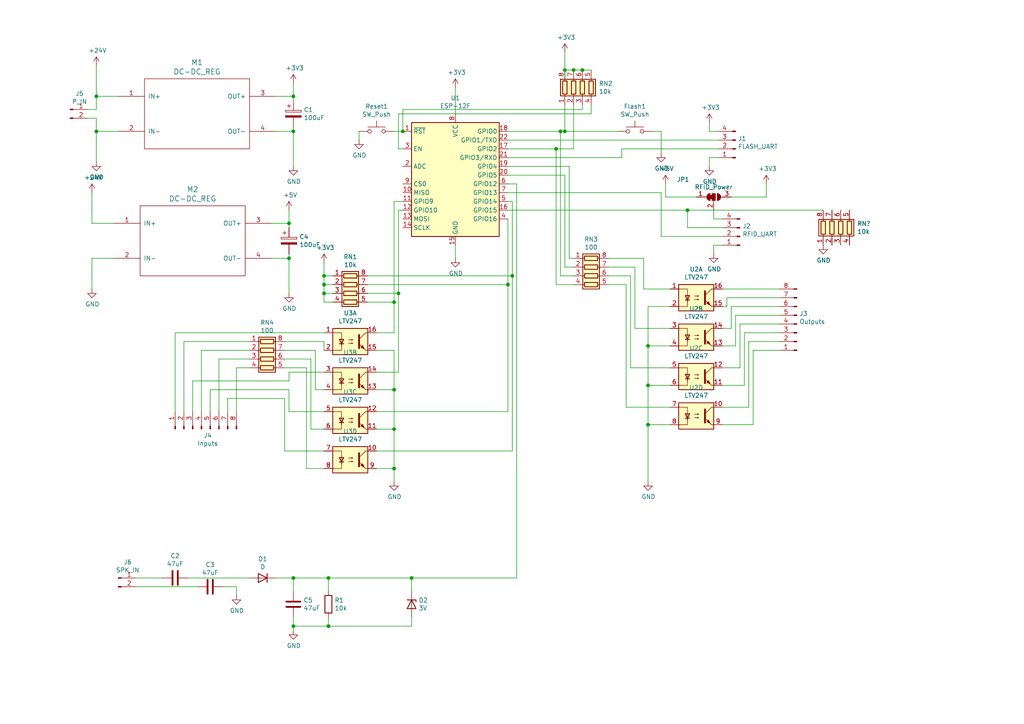
<source format=kicad_sch>
(kicad_sch (version 20211123) (generator eeschema)
  (paper "A4")
  (lib_symbols
    (symbol "Connector:Conn_01x02_Male" (pin_names (offset 1.016) hide)
      (property "Reference" "J" (at 0 2.54 0))
      (property "Value" "Conn_01x02_Male" (at 0 -5.08 0))
      (symbol "Conn_01x02_Male_1_1"
        (polyline (pts (xy 1.27 -2.54) (xy 0.8636 -2.54)) (stroke (width 0.1524)))
        (polyline (pts (xy 1.27 0) (xy 0.8636 0)) (stroke (width 0.1524)))
        (rectangle (start 0.8636 -2.413) (end 0 -2.667) (stroke (width 0.1524)) (fill (type outline)))
        (rectangle (start 0.8636 0.127) (end 0 -0.127) (stroke (width 0.1524)) (fill (type outline)))
        (pin passive line (at 5.08 0 180) (length 3.81) (name "Pin_1") (number "1"))
        (pin passive line (at 5.08 -2.54 180) (length 3.81) (name "Pin_2") (number "2"))
      )
    )
    (symbol "Connector:Conn_01x04_Male" (pin_names (offset 1.016) hide)
      (property "Reference" "J" (at 0 5.08 0))
      (property "Value" "Conn_01x04_Male" (at 0 -7.62 0))
      (symbol "Conn_01x04_Male_1_1"
        (polyline (pts (xy 1.27 -5.08) (xy 0.8636 -5.08)) (stroke (width 0.1524)))
        (polyline (pts (xy 1.27 -2.54) (xy 0.8636 -2.54)) (stroke (width 0.1524)))
        (polyline (pts (xy 1.27 0) (xy 0.8636 0)) (stroke (width 0.1524)))
        (polyline (pts (xy 1.27 2.54) (xy 0.8636 2.54)) (stroke (width 0.1524)))
        (rectangle (start 0.8636 -4.953) (end 0 -5.207) (stroke (width 0.1524)) (fill (type outline)))
        (rectangle (start 0.8636 -2.413) (end 0 -2.667) (stroke (width 0.1524)) (fill (type outline)))
        (rectangle (start 0.8636 0.127) (end 0 -0.127) (stroke (width 0.1524)) (fill (type outline)))
        (rectangle (start 0.8636 2.667) (end 0 2.413) (stroke (width 0.1524)) (fill (type outline)))
        (pin passive line (at 5.08 2.54 180) (length 3.81) (name "Pin_1") (number "1"))
        (pin passive line (at 5.08 0 180) (length 3.81) (name "Pin_2") (number "2"))
        (pin passive line (at 5.08 -2.54 180) (length 3.81) (name "Pin_3") (number "3"))
        (pin passive line (at 5.08 -5.08 180) (length 3.81) (name "Pin_4") (number "4"))
      )
    )
    (symbol "Connector:Conn_01x08_Male" (pin_names (offset 1.016) hide)
      (property "Reference" "J" (at 0 10.16 0))
      (property "Value" "Conn_01x08_Male" (at 0 -12.7 0))
      (symbol "Conn_01x08_Male_1_1"
        (polyline (pts (xy 1.27 -10.16) (xy 0.8636 -10.16)) (stroke (width 0.1524)))
        (polyline (pts (xy 1.27 -7.62) (xy 0.8636 -7.62)) (stroke (width 0.1524)))
        (polyline (pts (xy 1.27 -5.08) (xy 0.8636 -5.08)) (stroke (width 0.1524)))
        (polyline (pts (xy 1.27 -2.54) (xy 0.8636 -2.54)) (stroke (width 0.1524)))
        (polyline (pts (xy 1.27 0) (xy 0.8636 0)) (stroke (width 0.1524)))
        (polyline (pts (xy 1.27 2.54) (xy 0.8636 2.54)) (stroke (width 0.1524)))
        (polyline (pts (xy 1.27 5.08) (xy 0.8636 5.08)) (stroke (width 0.1524)))
        (polyline (pts (xy 1.27 7.62) (xy 0.8636 7.62)) (stroke (width 0.1524)))
        (rectangle (start 0.8636 -10.033) (end 0 -10.287) (stroke (width 0.1524)) (fill (type outline)))
        (rectangle (start 0.8636 -7.493) (end 0 -7.747) (stroke (width 0.1524)) (fill (type outline)))
        (rectangle (start 0.8636 -4.953) (end 0 -5.207) (stroke (width 0.1524)) (fill (type outline)))
        (rectangle (start 0.8636 -2.413) (end 0 -2.667) (stroke (width 0.1524)) (fill (type outline)))
        (rectangle (start 0.8636 0.127) (end 0 -0.127) (stroke (width 0.1524)) (fill (type outline)))
        (rectangle (start 0.8636 2.667) (end 0 2.413) (stroke (width 0.1524)) (fill (type outline)))
        (rectangle (start 0.8636 5.207) (end 0 4.953) (stroke (width 0.1524)) (fill (type outline)))
        (rectangle (start 0.8636 7.747) (end 0 7.493) (stroke (width 0.1524)) (fill (type outline)))
        (pin passive line (at 5.08 7.62 180) (length 3.81) (name "Pin_1") (number "1"))
        (pin passive line (at 5.08 5.08 180) (length 3.81) (name "Pin_2") (number "2"))
        (pin passive line (at 5.08 2.54 180) (length 3.81) (name "Pin_3") (number "3"))
        (pin passive line (at 5.08 0 180) (length 3.81) (name "Pin_4") (number "4"))
        (pin passive line (at 5.08 -2.54 180) (length 3.81) (name "Pin_5") (number "5"))
        (pin passive line (at 5.08 -5.08 180) (length 3.81) (name "Pin_6") (number "6"))
        (pin passive line (at 5.08 -7.62 180) (length 3.81) (name "Pin_7") (number "7"))
        (pin passive line (at 5.08 -10.16 180) (length 3.81) (name "Pin_8") (number "8"))
      )
    )
    (symbol "Device:C" (pin_numbers hide) (pin_names (offset 0.254))
      (property "Reference" "C" (at 0.635 2.54 0))
      (property "Value" "C" (at 0.635 -2.54 0))
      (symbol "C_0_1"
        (polyline (pts (xy -2.032 -0.762) (xy 2.032 -0.762)) (stroke (width 0.508)))
        (polyline (pts (xy -2.032 0.762) (xy 2.032 0.762)) (stroke (width 0.508)))
      )
      (symbol "C_1_1"
        (pin passive line (at 0 3.81 270) (length 2.794) (name "~") (number "1"))
        (pin passive line (at 0 -3.81 90) (length 2.794) (name "~") (number "2"))
      )
    )
    (symbol "Device:D" (pin_numbers hide) (pin_names (offset 1.016) hide)
      (property "Reference" "D" (at 0 2.54 0))
      (property "Value" "D" (at 0 -2.54 0))
      (symbol "D_0_1"
        (polyline (pts (xy -1.27 1.27) (xy -1.27 -1.27)) (stroke (width 0.254)))
        (polyline (pts (xy 1.27 0) (xy -1.27 0)))
        (polyline (pts (xy 1.27 1.27) (xy 1.27 -1.27) (xy -1.27 0) (xy 1.27 1.27)) (stroke (width 0.254)))
      )
      (symbol "D_1_1"
        (pin passive line (at -3.81 0 0) (length 2.54) (name "K") (number "1"))
        (pin passive line (at 3.81 0 180) (length 2.54) (name "A") (number "2"))
      )
    )
    (symbol "Device:D_Zener" (pin_numbers hide) (pin_names (offset 1.016) hide)
      (property "Reference" "D" (at 0 2.54 0))
      (property "Value" "D_Zener" (at 0 -2.54 0))
      (symbol "D_Zener_0_1"
        (polyline (pts (xy 1.27 0) (xy -1.27 0)))
        (polyline (pts (xy -1.27 -1.27) (xy -1.27 1.27) (xy -0.762 1.27)) (stroke (width 0.254)))
        (polyline (pts (xy 1.27 -1.27) (xy 1.27 1.27) (xy -1.27 0) (xy 1.27 -1.27)) (stroke (width 0.254)))
      )
      (symbol "D_Zener_1_1"
        (pin passive line (at -3.81 0 0) (length 2.54) (name "K") (number "1"))
        (pin passive line (at 3.81 0 180) (length 2.54) (name "A") (number "2"))
      )
    )
    (symbol "Device:R" (pin_numbers hide) (pin_names (offset 0))
      (property "Reference" "R" (at 2.032 0 90))
      (property "Value" "R" (at 0 0 90))
      (symbol "R_0_1"
        (rectangle (start -1.016 -2.54) (end 1.016 2.54) (stroke (width 0.254)))
      )
      (symbol "R_1_1"
        (pin passive line (at 0 3.81 270) (length 1.27) (name "~") (number "1"))
        (pin passive line (at 0 -3.81 90) (length 1.27) (name "~") (number "2"))
      )
    )
    (symbol "Device:R_Pack04" (pin_names (offset 0) hide)
      (property "Reference" "RN" (at -7.62 0 90))
      (property "Value" "R_Pack04" (at 5.08 0 90))
      (symbol "R_Pack04_0_1"
        (rectangle (start -6.35 -2.413) (end 3.81 2.413) (stroke (width 0.254)) (fill (type background)))
        (rectangle (start -5.715 1.905) (end -4.445 -1.905) (stroke (width 0.254)))
        (rectangle (start -3.175 1.905) (end -1.905 -1.905) (stroke (width 0.254)))
        (rectangle (start -0.635 1.905) (end 0.635 -1.905) (stroke (width 0.254)))
        (polyline (pts (xy -5.08 -2.54) (xy -5.08 -1.905)))
        (polyline (pts (xy -5.08 1.905) (xy -5.08 2.54)))
        (polyline (pts (xy -2.54 -2.54) (xy -2.54 -1.905)))
        (polyline (pts (xy -2.54 1.905) (xy -2.54 2.54)))
        (polyline (pts (xy 0 -2.54) (xy 0 -1.905)))
        (polyline (pts (xy 0 1.905) (xy 0 2.54)))
        (polyline (pts (xy 2.54 -2.54) (xy 2.54 -1.905)))
        (polyline (pts (xy 2.54 1.905) (xy 2.54 2.54)))
        (rectangle (start 1.905 1.905) (end 3.175 -1.905) (stroke (width 0.254)))
      )
      (symbol "R_Pack04_1_1"
        (pin passive line (at -5.08 -5.08 90) (length 2.54) (name "R1.1") (number "1"))
        (pin passive line (at -2.54 -5.08 90) (length 2.54) (name "R2.1") (number "2"))
        (pin passive line (at 0 -5.08 90) (length 2.54) (name "R3.1") (number "3"))
        (pin passive line (at 2.54 -5.08 90) (length 2.54) (name "R4.1") (number "4"))
        (pin passive line (at 2.54 5.08 270) (length 2.54) (name "R4.2") (number "5"))
        (pin passive line (at 0 5.08 270) (length 2.54) (name "R3.2") (number "6"))
        (pin passive line (at -2.54 5.08 270) (length 2.54) (name "R2.2") (number "7"))
        (pin passive line (at -5.08 5.08 270) (length 2.54) (name "R1.2") (number "8"))
      )
    )
    (symbol "Isolator:PC847" (pin_names (offset 1.016))
      (property "Reference" "U" (at -5.08 5.08 0))
      (property "Value" "PC847" (at 0 5.08 0))
      (symbol "PC847_0_1"
        (rectangle (start -5.08 3.81) (end 5.08 -3.81) (stroke (width 0.254)) (fill (type background)))
        (polyline (pts (xy -3.175 -0.635) (xy -1.905 -0.635)) (stroke (width 0.254)))
        (polyline (pts (xy 2.54 0.635) (xy 4.445 2.54)))
        (polyline (pts (xy 4.445 -2.54) (xy 2.54 -0.635)) (fill (type outline)))
        (polyline (pts (xy 4.445 -2.54) (xy 5.08 -2.54)))
        (polyline (pts (xy 4.445 2.54) (xy 5.08 2.54)))
        (polyline (pts (xy -2.54 -0.635) (xy -2.54 -2.54) (xy -5.08 -2.54)))
        (polyline (pts (xy 2.54 1.905) (xy 2.54 -1.905) (xy 2.54 -1.905)) (stroke (width 0.508)))
        (polyline (pts (xy -5.08 2.54) (xy -2.54 2.54) (xy -2.54 -1.27) (xy -2.54 0.635)))
        (polyline (pts (xy -2.54 -0.635) (xy -3.175 0.635) (xy -1.905 0.635) (xy -2.54 -0.635)) (stroke (width 0.254)))
        (polyline (pts (xy -0.508 -0.508) (xy 0.762 -0.508) (xy 0.381 -0.635) (xy 0.381 -0.381) (xy 0.762 -0.508)))
        (polyline (pts (xy -0.508 0.508) (xy 0.762 0.508) (xy 0.381 0.381) (xy 0.381 0.635) (xy 0.762 0.508)))
        (polyline (pts (xy 3.048 -1.651) (xy 3.556 -1.143) (xy 4.064 -2.159) (xy 3.048 -1.651) (xy 3.048 -1.651)) (fill (type outline)))
      )
      (symbol "PC847_1_1"
        (pin passive line (at -7.62 2.54 0) (length 2.54) (name "~") (number "1"))
        (pin passive line (at 7.62 -2.54 180) (length 2.54) (name "~") (number "15"))
        (pin passive line (at 7.62 2.54 180) (length 2.54) (name "~") (number "16"))
        (pin passive line (at -7.62 -2.54 0) (length 2.54) (name "~") (number "2"))
      )
      (symbol "PC847_2_1"
        (pin passive line (at 7.62 -2.54 180) (length 2.54) (name "~") (number "13"))
        (pin passive line (at 7.62 2.54 180) (length 2.54) (name "~") (number "14"))
        (pin passive line (at -7.62 2.54 0) (length 2.54) (name "~") (number "3"))
        (pin passive line (at -7.62 -2.54 0) (length 2.54) (name "~") (number "4"))
      )
      (symbol "PC847_3_1"
        (pin passive line (at 7.62 -2.54 180) (length 2.54) (name "~") (number "11"))
        (pin passive line (at 7.62 2.54 180) (length 2.54) (name "~") (number "12"))
        (pin passive line (at -7.62 2.54 0) (length 2.54) (name "~") (number "5"))
        (pin passive line (at -7.62 -2.54 0) (length 2.54) (name "~") (number "6"))
      )
      (symbol "PC847_4_1"
        (pin passive line (at 7.62 2.54 180) (length 2.54) (name "~") (number "10"))
        (pin passive line (at -7.62 2.54 0) (length 2.54) (name "~") (number "7"))
        (pin passive line (at -7.62 -2.54 0) (length 2.54) (name "~") (number "8"))
        (pin passive line (at 7.62 -2.54 180) (length 2.54) (name "~") (number "9"))
      )
    )
    (symbol "RF_Module:ESP-12F"
      (property "Reference" "U" (at -12.7 19.05 0))
      (property "Value" "ESP-12F" (at 12.7 19.05 0))
      (symbol "ESP-12F_0_1"
        (rectangle (start -12.7 17.78) (end 12.7 -15.24) (stroke (width 0.254)) (fill (type background)))
      )
      (symbol "ESP-12F_1_1"
        (pin input line (at -15.24 15.24 0) (length 2.54) (name "~{RST}") (number "1"))
        (pin bidirectional line (at -15.24 -2.54 0) (length 2.54) (name "MISO") (number "10"))
        (pin bidirectional line (at -15.24 -5.08 0) (length 2.54) (name "GPIO9") (number "11"))
        (pin bidirectional line (at -15.24 -7.62 0) (length 2.54) (name "GPIO10") (number "12"))
        (pin bidirectional line (at -15.24 -10.16 0) (length 2.54) (name "MOSI") (number "13"))
        (pin bidirectional line (at -15.24 -12.7 0) (length 2.54) (name "SCLK") (number "14"))
        (pin power_in line (at 0 -17.78 90) (length 2.54) (name "GND") (number "15"))
        (pin bidirectional line (at 15.24 -7.62 180) (length 2.54) (name "GPIO15") (number "16"))
        (pin bidirectional line (at 15.24 10.16 180) (length 2.54) (name "GPIO2") (number "17"))
        (pin bidirectional line (at 15.24 15.24 180) (length 2.54) (name "GPIO0") (number "18"))
        (pin bidirectional line (at 15.24 5.08 180) (length 2.54) (name "GPIO4") (number "19"))
        (pin input line (at -15.24 5.08 0) (length 2.54) (name "ADC") (number "2"))
        (pin bidirectional line (at 15.24 2.54 180) (length 2.54) (name "GPIO5") (number "20"))
        (pin bidirectional line (at 15.24 7.62 180) (length 2.54) (name "GPIO3/RXD") (number "21"))
        (pin bidirectional line (at 15.24 12.7 180) (length 2.54) (name "GPIO1/TXD") (number "22"))
        (pin input line (at -15.24 10.16 0) (length 2.54) (name "EN") (number "3"))
        (pin bidirectional line (at 15.24 -10.16 180) (length 2.54) (name "GPIO16") (number "4"))
        (pin bidirectional line (at 15.24 -5.08 180) (length 2.54) (name "GPIO14") (number "5"))
        (pin bidirectional line (at 15.24 0 180) (length 2.54) (name "GPIO12") (number "6"))
        (pin bidirectional line (at 15.24 -2.54 180) (length 2.54) (name "GPIO13") (number "7"))
        (pin power_in line (at 0 20.32 270) (length 2.54) (name "VCC") (number "8"))
        (pin input line (at -15.24 0 0) (length 2.54) (name "CS0") (number "9"))
      )
    )
    (symbol "Switch:SW_Push" (pin_numbers hide) (pin_names (offset 1.016) hide)
      (property "Reference" "SW" (at 1.27 2.54 0))
      (property "Value" "SW_Push" (at 0 -1.524 0))
      (symbol "SW_Push_0_1"
        (circle (center -2.032 0) (radius 0.508))
        (polyline (pts (xy 0 1.27) (xy 0 3.048)))
        (polyline (pts (xy 2.54 1.27) (xy -2.54 1.27)))
        (circle (center 2.032 0) (radius 0.508))
        (pin passive line (at -5.08 0 0) (length 2.54) (name "1") (number "1"))
        (pin passive line (at 5.08 0 180) (length 2.54) (name "2") (number "2"))
      )
    )
    (symbol "esp-intercom-rescue:+3.3V-power" (power) (pin_names (offset 0))
      (property "Value" "+3.3V-power" (at 0 3.556 0))
      (symbol "+3.3V-power_0_1"
        (polyline (pts (xy -0.762 1.27) (xy 0 2.54)))
        (polyline (pts (xy 0 0) (xy 0 2.54)))
        (polyline (pts (xy 0 2.54) (xy 0.762 1.27)))
      )
      (symbol "+3.3V-power_1_1"
        (pin power_in line (at 0 0 90) (length 0) hide (name "+3V3") (number "1"))
      )
    )
    (symbol "esp-intercom-rescue:CP-Device" (pin_numbers hide) (pin_names (offset 0.254))
      (property "Reference" "C" (at 0.635 2.54 0))
      (property "Value" "CP-Device" (at 0.635 -2.54 0))
      (symbol "CP-Device_0_1"
        (rectangle (start -2.286 0.508) (end 2.286 1.016))
        (polyline (pts (xy -1.778 2.286) (xy -0.762 2.286)))
        (polyline (pts (xy -1.27 2.794) (xy -1.27 1.778)))
        (rectangle (start 2.286 -0.508) (end -2.286 -1.016) (fill (type outline)))
      )
      (symbol "CP-Device_1_1"
        (pin passive line (at 0 3.81 270) (length 2.794) (name "~") (number "1"))
        (pin passive line (at 0 -3.81 90) (length 2.794) (name "~") (number "2"))
      )
    )
    (symbol "esp-intercom-rescue:DC-DC_REG-DC-DC-reg" (pin_names (offset 1.016))
      (property "Reference" "M" (at -12.7 12.7 0))
      (property "Value" "DC-DC_REG-DC-DC-reg" (at -7.62 -12.7 0))
      (symbol "DC-DC_REG-DC-DC-reg_0_1"
        (rectangle (start -15.24 10.16) (end 15.24 -10.16))
      )
      (symbol "DC-DC_REG-DC-DC-reg_1_1"
        (pin power_in line (at -22.86 5.08 0) (length 7.62) (name "IN+") (number "1"))
        (pin power_in line (at -22.86 -5.08 0) (length 7.62) (name "IN-") (number "2"))
        (pin power_out line (at 22.86 5.08 180) (length 7.62) (name "OUT+") (number "3"))
        (pin power_out line (at 22.86 -5.08 180) (length 7.62) (name "OUT-") (number "4"))
      )
    )
    (symbol "esp-intercom-rescue:SolderJumper_3_Bridged12-Jumper" (pin_names (offset 0) hide)
      (property "Reference" "JP" (at -2.54 -2.54 0))
      (property "Value" "SolderJumper_3_Bridged12-Jumper" (at 0 2.794 0))
      (symbol "SolderJumper_3_Bridged12-Jumper_0_1"
        (rectangle (start -1.016 0.508) (end -0.508 -0.508) (fill (type outline)))
        (arc (start -1.016 1.016) (mid -2.032 0) (end -1.016 -1.016))
        (arc (start -1.016 1.016) (mid -2.032 0) (end -1.016 -1.016) (fill (type outline)))
        (rectangle (start -0.508 1.016) (end 0.508 -1.016) (fill (type outline)))
        (polyline (pts (xy -2.54 0) (xy -2.032 0)))
        (polyline (pts (xy -1.016 1.016) (xy -1.016 -1.016)))
        (polyline (pts (xy 0 -1.27) (xy 0 -1.016)))
        (polyline (pts (xy 1.016 1.016) (xy 1.016 -1.016)))
        (polyline (pts (xy 2.54 0) (xy 2.032 0)))
        (arc (start 1.016 -1.016) (mid 2.032 0) (end 1.016 1.016))
        (arc (start 1.016 -1.016) (mid 2.032 0) (end 1.016 1.016) (fill (type outline)))
      )
      (symbol "SolderJumper_3_Bridged12-Jumper_1_1"
        (pin passive line (at -5.08 0 0) (length 2.54) (name "A") (number "1"))
        (pin input line (at 0 -3.81 90) (length 2.54) (name "C") (number "2"))
        (pin passive line (at 5.08 0 180) (length 2.54) (name "B") (number "3"))
      )
    )
    (symbol "power:+24V" (power) (pin_names (offset 0))
      (property "Value" "+24V" (at 0 3.556 0))
      (symbol "+24V_0_1"
        (polyline (pts (xy -0.762 1.27) (xy 0 2.54)))
        (polyline (pts (xy 0 0) (xy 0 2.54)))
        (polyline (pts (xy 0 2.54) (xy 0.762 1.27)))
      )
      (symbol "+24V_1_1"
        (pin power_in line (at 0 0 90) (length 0) hide (name "+24V") (number "1"))
      )
    )
    (symbol "power:+5V" (power) (pin_names (offset 0))
      (property "Value" "+5V" (at 0 3.556 0))
      (symbol "+5V_0_1"
        (polyline (pts (xy -0.762 1.27) (xy 0 2.54)))
        (polyline (pts (xy 0 0) (xy 0 2.54)))
        (polyline (pts (xy 0 2.54) (xy 0.762 1.27)))
      )
      (symbol "+5V_1_1"
        (pin power_in line (at 0 0 90) (length 0) hide (name "+5V") (number "1"))
      )
    )
    (symbol "power:GND" (power) (pin_names (offset 0))
      (property "Value" "GND" (at 0 -3.81 0))
      (symbol "GND_0_1"
        (polyline (pts (xy 0 0) (xy 0 -1.27) (xy 1.27 -1.27) (xy 0 -2.54) (xy -1.27 -1.27) (xy 0 -1.27)))
      )
      (symbol "GND_1_1"
        (pin power_in line (at 0 0 270) (length 0) hide (name "GND") (number "1"))
      )
    )
  )
  (junction (at 27.94 38.1))
  (junction (at 93.98 82.55))
  (junction (at 85.09 181.61))
  (junction (at 83.82 74.93))
  (junction (at 93.98 80.01))
  (junction (at 119.38 167.64))
  (junction (at 168.91 20.32))
  (junction (at 27.94 27.94))
  (junction (at 162.56 38.1))
  (junction (at 115.57 85.09))
  (junction (at 85.09 38.1))
  (junction (at 187.96 123.19))
  (junction (at 161.29 43.18))
  (junction (at 93.98 85.09))
  (junction (at 95.25 167.64))
  (junction (at 114.3 113.03))
  (junction (at 187.96 100.33))
  (junction (at 114.3 87.63))
  (junction (at 163.83 38.1))
  (junction (at 148.59 80.01))
  (junction (at 114.3 124.46))
  (junction (at 116.84 38.1))
  (junction (at 199.39 60.96))
  (junction (at 163.83 20.32))
  (junction (at 83.82 64.77))
  (junction (at 85.09 167.64))
  (junction (at 114.3 135.89))
  (junction (at 166.37 20.32))
  (junction (at 95.25 181.61))
  (junction (at 147.32 82.55))
  (junction (at 187.96 111.76))
  (junction (at 85.09 27.94))
  (wire (pts (xy 96.52 80.01) (xy 93.98 80.01)))
  (wire (pts (xy 147.32 58.42) (xy 148.59 58.42)))
  (wire (pts (xy 95.25 181.61) (xy 119.38 181.61)))
  (wire (pts (xy 193.04 57.15) (xy 201.93 57.15)))
  (wire (pts (xy 116.84 43.18) (xy 115.57 43.18)))
  (wire (pts (xy 187.96 111.76) (xy 187.96 123.19)))
  (wire (pts (xy 210.82 86.36) (xy 226.06 86.36)))
  (wire (pts (xy 218.44 123.19) (xy 218.44 101.6)))
  (wire (pts (xy 194.31 100.33) (xy 187.96 100.33)))
  (wire (pts (xy 33.02 64.77) (xy 26.67 64.77)))
  (wire (pts (xy 212.09 88.9) (xy 212.09 95.25)))
  (wire (pts (xy 161.29 43.18) (xy 161.29 82.55)))
  (wire (pts (xy 85.09 36.83) (xy 85.09 38.1)))
  (wire (pts (xy 209.55 111.76) (xy 215.9 111.76)))
  (wire (pts (xy 147.32 45.72) (xy 180.34 45.72)))
  (wire (pts (xy 210.82 88.9) (xy 210.82 86.36)))
  (wire (pts (xy 50.8 96.52) (xy 50.8 119.38)))
  (wire (pts (xy 115.57 85.09) (xy 115.57 107.95)))
  (wire (pts (xy 27.94 38.1) (xy 27.94 46.99)))
  (wire (pts (xy 26.67 74.93) (xy 26.67 83.82)))
  (wire (pts (xy 194.31 95.25) (xy 184.15 95.25)))
  (wire (pts (xy 26.67 64.77) (xy 26.67 55.88)))
  (wire (pts (xy 166.37 74.93) (xy 165.1 74.93)))
  (wire (pts (xy 213.36 100.33) (xy 213.36 91.44)))
  (wire (pts (xy 106.68 82.55) (xy 147.32 82.55)))
  (wire (pts (xy 199.39 66.04) (xy 209.55 66.04)))
  (wire (pts (xy 114.3 113.03) (xy 114.3 101.6)))
  (wire (pts (xy 184.15 95.25) (xy 184.15 77.47)))
  (wire (pts (xy 53.34 99.06) (xy 53.34 119.38)))
  (wire (pts (xy 163.83 30.48) (xy 163.83 38.1)))
  (wire (pts (xy 68.58 170.18) (xy 68.58 172.72)))
  (wire (pts (xy 181.61 118.11) (xy 181.61 82.55)))
  (wire (pts (xy 161.29 82.55) (xy 166.37 82.55)))
  (wire (pts (xy 115.57 60.96) (xy 116.84 60.96)))
  (wire (pts (xy 85.09 181.61) (xy 85.09 179.07)))
  (wire (pts (xy 25.4 34.29) (xy 27.94 34.29)))
  (wire (pts (xy 163.83 20.32) (xy 166.37 20.32)))
  (wire (pts (xy 114.3 101.6) (xy 109.22 101.6)))
  (wire (pts (xy 187.96 100.33) (xy 187.96 111.76)))
  (wire (pts (xy 64.77 170.18) (xy 68.58 170.18)))
  (wire (pts (xy 148.59 58.42) (xy 148.59 80.01)))
  (wire (pts (xy 194.31 118.11) (xy 181.61 118.11)))
  (wire (pts (xy 147.32 38.1) (xy 162.56 38.1)))
  (wire (pts (xy 212.09 95.25) (xy 209.55 95.25)))
  (wire (pts (xy 212.09 57.15) (xy 222.25 57.15)))
  (wire (pts (xy 119.38 171.45) (xy 119.38 167.64)))
  (wire (pts (xy 72.39 99.06) (xy 53.34 99.06)))
  (wire (pts (xy 115.57 33.02) (xy 171.45 33.02)))
  (wire (pts (xy 218.44 101.6) (xy 226.06 101.6)))
  (wire (pts (xy 165.1 74.93) (xy 165.1 48.26)))
  (wire (pts (xy 95.25 181.61) (xy 95.25 179.07)))
  (wire (pts (xy 78.74 64.77) (xy 83.82 64.77)))
  (wire (pts (xy 114.3 58.42) (xy 114.3 87.63)))
  (wire (pts (xy 147.32 40.64) (xy 208.28 40.64)))
  (wire (pts (xy 114.3 38.1) (xy 116.84 38.1)))
  (wire (pts (xy 162.56 38.1) (xy 162.56 80.01)))
  (wire (pts (xy 226.06 93.98) (xy 214.63 93.98)))
  (wire (pts (xy 147.32 60.96) (xy 199.39 60.96)))
  (wire (pts (xy 208.28 45.72) (xy 205.74 45.72)))
  (wire (pts (xy 209.55 71.12) (xy 207.01 71.12)))
  (wire (pts (xy 91.44 113.03) (xy 91.44 101.6)))
  (wire (pts (xy 222.25 57.15) (xy 222.25 53.34)))
  (wire (pts (xy 119.38 167.64) (xy 149.86 167.64)))
  (wire (pts (xy 147.32 63.5) (xy 147.32 82.55)))
  (wire (pts (xy 93.98 87.63) (xy 96.52 87.63)))
  (wire (pts (xy 58.42 101.6) (xy 58.42 119.38)))
  (wire (pts (xy 214.63 106.68) (xy 209.55 106.68)))
  (wire (pts (xy 66.04 115.57) (xy 66.04 119.38)))
  (wire (pts (xy 85.09 182.88) (xy 85.09 181.61)))
  (wire (pts (xy 78.74 74.93) (xy 83.82 74.93)))
  (wire (pts (xy 90.17 124.46) (xy 90.17 104.14)))
  (wire (pts (xy 93.98 85.09) (xy 93.98 87.63)))
  (wire (pts (xy 149.86 53.34) (xy 147.32 53.34)))
  (wire (pts (xy 91.44 101.6) (xy 82.55 101.6)))
  (wire (pts (xy 104.14 40.64) (xy 104.14 38.1)))
  (wire (pts (xy 114.3 135.89) (xy 114.3 124.46)))
  (wire (pts (xy 93.98 101.6) (xy 93.98 99.06)))
  (wire (pts (xy 116.84 38.1) (xy 116.84 31.75)))
  (wire (pts (xy 182.88 106.68) (xy 194.31 106.68)))
  (wire (pts (xy 116.84 31.75) (xy 168.91 31.75)))
  (wire (pts (xy 27.94 31.75) (xy 27.94 27.94)))
  (wire (pts (xy 226.06 88.9) (xy 212.09 88.9)))
  (wire (pts (xy 82.55 130.81) (xy 82.55 115.57)))
  (wire (pts (xy 176.53 80.01) (xy 182.88 80.01)))
  (wire (pts (xy 80.01 38.1) (xy 85.09 38.1)))
  (wire (pts (xy 147.32 43.18) (xy 161.29 43.18)))
  (wire (pts (xy 209.55 123.19) (xy 218.44 123.19)))
  (wire (pts (xy 161.29 43.18) (xy 166.37 43.18)))
  (wire (pts (xy 207.01 60.96) (xy 207.01 63.5)))
  (wire (pts (xy 109.22 119.38) (xy 147.32 119.38)))
  (wire (pts (xy 115.57 60.96) (xy 115.57 85.09)))
  (wire (pts (xy 149.86 167.64) (xy 149.86 53.34)))
  (wire (pts (xy 114.3 139.7) (xy 114.3 135.89)))
  (wire (pts (xy 85.09 167.64) (xy 80.01 167.64)))
  (wire (pts (xy 199.39 60.96) (xy 238.76 60.96)))
  (wire (pts (xy 147.32 50.8) (xy 163.83 50.8)))
  (wire (pts (xy 191.77 68.58) (xy 191.77 55.88)))
  (wire (pts (xy 187.96 123.19) (xy 187.96 139.7)))
  (wire (pts (xy 214.63 93.98) (xy 214.63 106.68)))
  (wire (pts (xy 106.68 87.63) (xy 114.3 87.63)))
  (wire (pts (xy 39.37 170.18) (xy 57.15 170.18)))
  (wire (pts (xy 166.37 80.01) (xy 162.56 80.01)))
  (wire (pts (xy 95.25 171.45) (xy 95.25 167.64)))
  (wire (pts (xy 148.59 80.01) (xy 148.59 130.81)))
  (wire (pts (xy 165.1 48.26) (xy 147.32 48.26)))
  (wire (pts (xy 199.39 60.96) (xy 199.39 66.04)))
  (wire (pts (xy 162.56 38.1) (xy 163.83 38.1)))
  (wire (pts (xy 226.06 99.06) (xy 217.17 99.06)))
  (wire (pts (xy 72.39 101.6) (xy 58.42 101.6)))
  (wire (pts (xy 176.53 77.47) (xy 184.15 77.47)))
  (wire (pts (xy 93.98 99.06) (xy 82.55 99.06)))
  (wire (pts (xy 171.45 33.02) (xy 171.45 30.48)))
  (wire (pts (xy 63.5 104.14) (xy 63.5 119.38)))
  (wire (pts (xy 85.09 27.94) (xy 85.09 24.13)))
  (wire (pts (xy 209.55 88.9) (xy 210.82 88.9)))
  (wire (pts (xy 93.98 130.81) (xy 82.55 130.81)))
  (wire (pts (xy 132.08 25.4) (xy 132.08 33.02)))
  (wire (pts (xy 180.34 43.18) (xy 208.28 43.18)))
  (wire (pts (xy 93.98 119.38) (xy 83.82 119.38)))
  (wire (pts (xy 95.25 167.64) (xy 85.09 167.64)))
  (wire (pts (xy 55.88 110.49) (xy 55.88 119.38)))
  (wire (pts (xy 106.68 80.01) (xy 148.59 80.01)))
  (wire (pts (xy 205.74 35.56) (xy 205.74 38.1)))
  (wire (pts (xy 205.74 38.1) (xy 208.28 38.1)))
  (wire (pts (xy 27.94 34.29) (xy 27.94 38.1)))
  (wire (pts (xy 209.55 83.82) (xy 226.06 83.82)))
  (wire (pts (xy 168.91 20.32) (xy 166.37 20.32)))
  (wire (pts (xy 186.69 83.82) (xy 194.31 83.82)))
  (wire (pts (xy 54.61 167.64) (xy 72.39 167.64)))
  (wire (pts (xy 191.77 55.88) (xy 147.32 55.88)))
  (wire (pts (xy 182.88 80.01) (xy 182.88 106.68)))
  (wire (pts (xy 176.53 74.93) (xy 186.69 74.93)))
  (wire (pts (xy 34.29 27.94) (xy 27.94 27.94)))
  (wire (pts (xy 215.9 111.76) (xy 215.9 96.52)))
  (wire (pts (xy 109.22 124.46) (xy 114.3 124.46)))
  (wire (pts (xy 109.22 113.03) (xy 114.3 113.03)))
  (wire (pts (xy 88.9 106.68) (xy 82.55 106.68)))
  (wire (pts (xy 205.74 45.72) (xy 205.74 48.26)))
  (wire (pts (xy 83.82 110.49) (xy 55.88 110.49)))
  (wire (pts (xy 93.98 76.2) (xy 93.98 80.01)))
  (wire (pts (xy 114.3 124.46) (xy 114.3 113.03)))
  (wire (pts (xy 93.98 107.95) (xy 83.82 107.95)))
  (wire (pts (xy 80.01 27.94) (xy 85.09 27.94)))
  (wire (pts (xy 25.4 31.75) (xy 27.94 31.75)))
  (wire (pts (xy 163.83 50.8) (xy 163.83 77.47)))
  (wire (pts (xy 115.57 107.95) (xy 109.22 107.95)))
  (wire (pts (xy 194.31 88.9) (xy 187.96 88.9)))
  (wire (pts (xy 85.09 29.21) (xy 85.09 27.94)))
  (wire (pts (xy 217.17 99.06) (xy 217.17 118.11)))
  (wire (pts (xy 83.82 64.77) (xy 83.82 60.96)))
  (wire (pts (xy 85.09 171.45) (xy 85.09 167.64)))
  (wire (pts (xy 114.3 87.63) (xy 114.3 96.52)))
  (wire (pts (xy 83.82 119.38) (xy 83.82 113.03)))
  (wire (pts (xy 83.82 73.66) (xy 83.82 74.93)))
  (wire (pts (xy 88.9 135.89) (xy 88.9 106.68)))
  (wire (pts (xy 72.39 104.14) (xy 63.5 104.14)))
  (wire (pts (xy 93.98 135.89) (xy 88.9 135.89)))
  (wire (pts (xy 109.22 130.81) (xy 148.59 130.81)))
  (wire (pts (xy 119.38 181.61) (xy 119.38 179.07)))
  (wire (pts (xy 85.09 181.61) (xy 95.25 181.61)))
  (wire (pts (xy 96.52 82.55) (xy 93.98 82.55)))
  (wire (pts (xy 93.98 96.52) (xy 50.8 96.52)))
  (wire (pts (xy 72.39 106.68) (xy 68.58 106.68)))
  (wire (pts (xy 168.91 31.75) (xy 168.91 30.48)))
  (wire (pts (xy 33.02 74.93) (xy 26.67 74.93)))
  (wire (pts (xy 95.25 167.64) (xy 119.38 167.64)))
  (wire (pts (xy 166.37 30.48) (xy 166.37 43.18)))
  (wire (pts (xy 215.9 96.52) (xy 226.06 96.52)))
  (wire (pts (xy 209.55 68.58) (xy 191.77 68.58)))
  (wire (pts (xy 163.83 77.47) (xy 166.37 77.47)))
  (wire (pts (xy 180.34 45.72) (xy 180.34 43.18)))
  (wire (pts (xy 27.94 27.94) (xy 27.94 19.05)))
  (wire (pts (xy 93.98 80.01) (xy 93.98 82.55)))
  (wire (pts (xy 93.98 124.46) (xy 90.17 124.46)))
  (wire (pts (xy 83.82 66.04) (xy 83.82 64.77)))
  (wire (pts (xy 181.61 82.55) (xy 176.53 82.55)))
  (wire (pts (xy 109.22 96.52) (xy 114.3 96.52)))
  (wire (pts (xy 209.55 100.33) (xy 213.36 100.33)))
  (wire (pts (xy 83.82 74.93) (xy 83.82 85.09)))
  (wire (pts (xy 60.96 113.03) (xy 60.96 119.38)))
  (wire (pts (xy 168.91 20.32) (xy 171.45 20.32)))
  (wire (pts (xy 90.17 104.14) (xy 82.55 104.14)))
  (wire (pts (xy 163.83 38.1) (xy 179.07 38.1)))
  (wire (pts (xy 187.96 88.9) (xy 187.96 100.33)))
  (wire (pts (xy 147.32 82.55) (xy 147.32 119.38)))
  (wire (pts (xy 189.23 38.1) (xy 191.77 38.1)))
  (wire (pts (xy 93.98 113.03) (xy 91.44 113.03)))
  (wire (pts (xy 191.77 38.1) (xy 191.77 44.45)))
  (wire (pts (xy 96.52 85.09) (xy 93.98 85.09)))
  (wire (pts (xy 207.01 71.12) (xy 207.01 73.66)))
  (wire (pts (xy 115.57 43.18) (xy 115.57 33.02)))
  (wire (pts (xy 83.82 113.03) (xy 60.96 113.03)))
  (wire (pts (xy 109.22 135.89) (xy 114.3 135.89)))
  (wire (pts (xy 34.29 38.1) (xy 27.94 38.1)))
  (wire (pts (xy 163.83 22.86) (xy 163.83 20.32)))
  (wire (pts (xy 194.31 123.19) (xy 187.96 123.19)))
  (wire (pts (xy 194.31 111.76) (xy 187.96 111.76)))
  (wire (pts (xy 132.08 74.93) (xy 132.08 71.12)))
  (wire (pts (xy 217.17 118.11) (xy 209.55 118.11)))
  (wire (pts (xy 207.01 63.5) (xy 209.55 63.5)))
  (wire (pts (xy 83.82 107.95) (xy 83.82 110.49)))
  (wire (pts (xy 39.37 167.64) (xy 46.99 167.64)))
  (wire (pts (xy 213.36 91.44) (xy 226.06 91.44)))
  (wire (pts (xy 68.58 106.68) (xy 68.58 119.38)))
  (wire (pts (xy 186.69 74.93) (xy 186.69 83.82)))
  (wire (pts (xy 93.98 82.55) (xy 93.98 85.09)))
  (wire (pts (xy 193.04 53.34) (xy 193.04 57.15)))
  (wire (pts (xy 114.3 58.42) (xy 116.84 58.42)))
  (wire (pts (xy 163.83 20.32) (xy 163.83 15.24)))
  (wire (pts (xy 85.09 38.1) (xy 85.09 48.26)))
  (wire (pts (xy 106.68 85.09) (xy 115.57 85.09)))
  (wire (pts (xy 82.55 115.57) (xy 66.04 115.57)))
  (symbol (lib_id "RF_Module:ESP-12F") (at 132.08 53.34 0) (unit 1)
    (property "Reference" "U1" (at 132.08 28.4226 0))
    (property "Value" "ESP-12F" (at 132.08 30.734 0))
    (property "Footprint" "RF_Module:ESP-12E" (effects hide))
    (property "Datasheet" "http://wiki.ai-thinker.com/_media/esp8266/esp8266_series_modules_user_manual_v1.1.pdf" (effects hide))
  )
  (symbol (lib_id "esp-intercom-rescue:DC-DC_REG-DC-DC-reg") (at 57.15 33.02 0) (unit 1)
    (property "Reference" "M1" (at 57.15 18.1102 0) (effects (font (size 1.524 1.524))))
    (property "Value" "DC-DC_REG" (at 57.15 20.8026 0) (effects (font (size 1.524 1.524))))
    (property "Footprint" "DC-DC:D-SUN_DC_DC_SMD" (effects hide))
  )
  (symbol (lib_id "power:GND") (at 27.94 46.99 0) (unit 1)
    (property "Reference" "#PWR02" (effects hide))
    (property "Value" "GND" (at 28.067 51.3842 0))
  )
  (symbol (lib_id "power:GND") (at 85.09 48.26 0) (unit 1)
    (property "Reference" "#PWR04" (effects hide))
    (property "Value" "GND" (at 85.217 52.6542 0))
  )
  (symbol (lib_id "esp-intercom-rescue:+3.3V-power") (at 85.09 24.13 0) (unit 1)
    (property "Reference" "#PWR03" (effects hide))
    (property "Value" "+3.3V" (at 85.471 19.7358 0))
  )
  (symbol (lib_id "power:+24V") (at 27.94 19.05 0) (unit 1)
    (property "Reference" "#PWR01" (effects hide))
    (property "Value" "+24V" (at 28.321 14.6558 0))
  )
  (symbol (lib_id "esp-intercom-rescue:CP-Device") (at 85.09 33.02 0) (unit 1)
    (property "Reference" "C1" (at 88.0872 31.8516 0) (effects (justify left)))
    (property "Value" "100uF" (at 88.0872 34.163 0) (effects (justify left)))
    (property "Footprint" "Capacitor_SMD:C_1206_3216Metric" (effects hide))
  )
  (symbol (lib_id "power:GND") (at 191.77 44.45 0) (unit 1)
    (property "Reference" "#PWR011" (effects hide))
    (property "Value" "GND" (at 191.897 48.8442 0))
  )
  (symbol (lib_id "esp-intercom-rescue:+3.3V-power") (at 163.83 15.24 0) (unit 1)
    (property "Reference" "#PWR09" (effects hide))
    (property "Value" "+3.3V" (at 164.211 10.8458 0))
  )
  (symbol (lib_id "Switch:SW_Push") (at 184.15 38.1 0) (unit 1)
    (property "Reference" "Flash1" (at 184.15 30.861 0))
    (property "Value" "SW_Push" (at 184.15 33.1724 0))
    (property "Footprint" "Button_Switch_SMD:SW_Push_1P1T_NO_6x6mm_H9.5mm" (effects hide))
  )
  (symbol (lib_id "Connector:Conn_01x04_Male") (at 213.36 43.18 180) (unit 1)
    (property "Reference" "J1" (at 214.0712 40.1828 0) (effects (justify right)))
    (property "Value" "FLASH_UART" (at 214.0712 42.4942 0) (effects (justify right)))
    (property "Footprint" "Connector_PinHeader_2.54mm:PinHeader_1x04_P2.54mm_Vertical" (effects hide))
  )
  (symbol (lib_id "power:GND") (at 205.74 48.26 0) (unit 1)
    (property "Reference" "#PWR013" (effects hide))
    (property "Value" "GND" (at 205.867 52.6542 0))
  )
  (symbol (lib_id "esp-intercom-rescue:+3.3V-power") (at 205.74 35.56 0) (unit 1)
    (property "Reference" "#PWR012" (effects hide))
    (property "Value" "+3.3V" (at 206.121 31.1658 0))
  )
  (symbol (lib_id "esp-intercom-rescue:+3.3V-power") (at 132.08 25.4 0) (unit 1)
    (property "Reference" "#PWR07" (effects hide))
    (property "Value" "+3.3V" (at 132.461 21.0058 0))
  )
  (symbol (lib_id "power:GND") (at 132.08 74.93 0) (unit 1)
    (property "Reference" "#PWR08" (effects hide))
    (property "Value" "GND" (at 132.207 79.3242 0))
  )
  (symbol (lib_id "Connector:Conn_01x04_Male") (at 214.63 68.58 180) (unit 1)
    (property "Reference" "J2" (at 215.3412 65.5828 0) (effects (justify right)))
    (property "Value" "RFID_UART" (at 215.3412 67.8942 0) (effects (justify right)))
    (property "Footprint" "Connector_PinHeader_2.54mm:PinHeader_1x04_P2.54mm_Vertical" (effects hide))
  )
  (symbol (lib_id "power:GND") (at 207.01 73.66 0) (unit 1)
    (property "Reference" "#PWR015" (effects hide))
    (property "Value" "GND" (at 207.137 78.0542 0))
  )
  (symbol (lib_id "Device:R_Pack04") (at 168.91 25.4 0) (unit 1)
    (property "Reference" "RN2" (at 173.6852 24.2316 0) (effects (justify left)))
    (property "Value" "10k" (at 173.6852 26.543 0) (effects (justify left)))
    (property "Footprint" "Resistor_SMD:R_Array_Convex_4x0603" (effects hide))
  )
  (symbol (lib_id "Device:R_Pack04") (at 171.45 80.01 270) (unit 1)
    (property "Reference" "RN3" (at 171.45 69.4182 90))
    (property "Value" "100" (at 171.45 71.7296 90))
    (property "Footprint" "Resistor_SMD:R_Array_Convex_4x0603" (effects hide))
  )
  (symbol (lib_id "Isolator:PC847") (at 201.93 86.36 0) (unit 1)
    (property "Reference" "U2" (at 201.93 78.105 0))
    (property "Value" "LTV247" (at 201.93 80.4164 0))
    (property "Footprint" "Package_SO:SOP-16_4.4x10.4mm_P1.27mm" (effects hide))
    (property "Datasheet" "http://www.soselectronic.cz/a_info/resource/d/pc817.pdf" (effects hide))
  )
  (symbol (lib_id "power:GND") (at 187.96 139.7 0) (unit 1)
    (property "Reference" "#PWR010" (effects hide))
    (property "Value" "GND" (at 188.087 144.0942 0))
  )
  (symbol (lib_id "Isolator:PC847") (at 201.93 97.79 0) (unit 2)
    (property "Reference" "U2" (at 201.93 89.535 0))
    (property "Value" "LTV247" (at 201.93 91.8464 0))
    (property "Footprint" "Package_SO:SOP-16_4.4x10.4mm_P1.27mm" (effects hide))
    (property "Datasheet" "http://www.soselectronic.cz/a_info/resource/d/pc817.pdf" (effects hide))
  )
  (symbol (lib_id "Isolator:PC847") (at 201.93 109.22 0) (unit 3)
    (property "Reference" "U2" (at 201.93 100.965 0))
    (property "Value" "LTV247" (at 201.93 103.2764 0))
    (property "Footprint" "Package_SO:SOP-16_4.4x10.4mm_P1.27mm" (effects hide))
    (property "Datasheet" "http://www.soselectronic.cz/a_info/resource/d/pc817.pdf" (effects hide))
  )
  (symbol (lib_id "Isolator:PC847") (at 201.93 120.65 0) (unit 4)
    (property "Reference" "U2" (at 201.93 112.395 0))
    (property "Value" "LTV247" (at 201.93 114.7064 0))
    (property "Footprint" "Package_SO:SOP-16_4.4x10.4mm_P1.27mm" (effects hide))
    (property "Datasheet" "http://www.soselectronic.cz/a_info/resource/d/pc817.pdf" (effects hide))
  )
  (symbol (lib_id "Connector:Conn_01x08_Male") (at 231.14 93.98 180) (unit 1)
    (property "Reference" "J3" (at 231.8512 90.9828 0) (effects (justify right)))
    (property "Value" "Outputs" (at 231.8512 93.2942 0) (effects (justify right)))
    (property "Footprint" "Connector_PinHeader_2.54mm:PinHeader_1x08_P2.54mm_Vertical" (effects hide))
  )
  (symbol (lib_id "Switch:SW_Push") (at 109.22 38.1 0) (unit 1)
    (property "Reference" "Reset1" (at 109.22 30.861 0))
    (property "Value" "SW_Push" (at 109.22 33.1724 0))
    (property "Footprint" "Button_Switch_SMD:SW_Push_1P1T_NO_6x6mm_H9.5mm" (effects hide))
  )
  (symbol (lib_id "power:GND") (at 104.14 40.64 0) (unit 1)
    (property "Reference" "#PWR06" (effects hide))
    (property "Value" "GND" (at 104.267 45.0342 0))
  )
  (symbol (lib_id "Device:R_Pack04") (at 101.6 85.09 270) (unit 1)
    (property "Reference" "RN1" (at 101.6 74.4982 90))
    (property "Value" "10k" (at 101.6 76.8096 90))
    (property "Footprint" "Resistor_SMD:R_Array_Convex_4x0603" (effects hide))
  )
  (symbol (lib_id "esp-intercom-rescue:+3.3V-power") (at 93.98 76.2 0) (unit 1)
    (property "Reference" "#PWR05" (effects hide))
    (property "Value" "+3.3V" (at 94.361 71.8058 0))
  )
  (symbol (lib_id "Isolator:PC847") (at 101.6 99.06 0) (unit 1)
    (property "Reference" "U3" (at 101.6 90.805 0))
    (property "Value" "LTV247" (at 101.6 93.1164 0))
    (property "Footprint" "Package_SO:SOP-16_4.4x10.4mm_P1.27mm" (effects hide))
    (property "Datasheet" "http://www.soselectronic.cz/a_info/resource/d/pc817.pdf" (effects hide))
  )
  (symbol (lib_id "Isolator:PC847") (at 101.6 110.49 0) (unit 2)
    (property "Reference" "U3" (at 101.6 102.235 0))
    (property "Value" "LTV247" (at 101.6 104.5464 0))
    (property "Footprint" "Package_SO:SOP-16_4.4x10.4mm_P1.27mm" (effects hide))
    (property "Datasheet" "http://www.soselectronic.cz/a_info/resource/d/pc817.pdf" (effects hide))
  )
  (symbol (lib_id "Isolator:PC847") (at 101.6 121.92 0) (unit 3)
    (property "Reference" "U3" (at 101.6 113.665 0))
    (property "Value" "LTV247" (at 101.6 115.9764 0))
    (property "Footprint" "Package_SO:SOP-16_4.4x10.4mm_P1.27mm" (effects hide))
    (property "Datasheet" "http://www.soselectronic.cz/a_info/resource/d/pc817.pdf" (effects hide))
  )
  (symbol (lib_id "Isolator:PC847") (at 101.6 133.35 0) (unit 4)
    (property "Reference" "U3" (at 101.6 125.095 0))
    (property "Value" "LTV247" (at 101.6 127.4064 0))
    (property "Footprint" "Package_SO:SOP-16_4.4x10.4mm_P1.27mm" (effects hide))
    (property "Datasheet" "http://www.soselectronic.cz/a_info/resource/d/pc817.pdf" (effects hide))
  )
  (symbol (lib_id "Connector:Conn_01x02_Male") (at 34.29 167.64 0) (unit 1)
    (property "Reference" "J6" (at 37.0332 163.0426 0))
    (property "Value" "SPK_IN" (at 37.0332 165.354 0))
    (property "Footprint" "Connector_PinHeader_2.54mm:PinHeader_1x02_P2.54mm_Vertical" (effects hide))
  )
  (symbol (lib_id "Device:C") (at 50.8 167.64 270) (unit 1)
    (property "Reference" "C2" (at 50.8 161.2392 90))
    (property "Value" "47uF" (at 50.8 163.5506 90))
    (property "Footprint" "Capacitor_SMD:C_0805_2012Metric" (effects hide))
  )
  (symbol (lib_id "Device:C") (at 60.96 170.18 270) (unit 1)
    (property "Reference" "C3" (at 60.96 163.7792 90))
    (property "Value" "47uF" (at 60.96 166.0906 90))
    (property "Footprint" "Capacitor_SMD:C_0805_2012Metric" (effects hide))
  )
  (symbol (lib_id "power:GND") (at 114.3 139.7 0) (unit 1)
    (property "Reference" "#PWR016" (effects hide))
    (property "Value" "GND" (at 114.427 144.0942 0))
  )
  (symbol (lib_id "power:GND") (at 68.58 172.72 0) (unit 1)
    (property "Reference" "#PWR0101" (effects hide))
    (property "Value" "GND" (at 68.707 177.1142 0))
  )
  (symbol (lib_id "Device:D") (at 76.2 167.64 180) (unit 1)
    (property "Reference" "D1" (at 76.2 162.1282 0))
    (property "Value" "D" (at 76.2 164.4396 0))
    (property "Footprint" "Diode_SMD:D_SMB" (effects hide))
  )
  (symbol (lib_id "Connector:Conn_01x08_Male") (at 58.42 124.46 90) (unit 1)
    (property "Reference" "J4" (at 60.2488 126.3142 90))
    (property "Value" "Inputs" (at 60.2488 128.6256 90))
    (property "Footprint" "Connector_PinHeader_2.54mm:PinHeader_1x08_P2.54mm_Vertical" (effects hide))
  )
  (symbol (lib_id "Device:C") (at 85.09 175.26 180) (unit 1)
    (property "Reference" "C5" (at 88.011 174.0916 0) (effects (justify right)))
    (property "Value" "47uF" (at 88.011 176.403 0) (effects (justify right)))
    (property "Footprint" "Capacitor_SMD:C_0805_2012Metric" (effects hide))
  )
  (symbol (lib_id "power:GND") (at 85.09 182.88 0) (unit 1)
    (property "Reference" "#PWR0102" (effects hide))
    (property "Value" "GND" (at 85.217 187.2742 0))
  )
  (symbol (lib_id "Device:D_Zener") (at 119.38 175.26 270) (unit 1)
    (property "Reference" "D2" (at 121.412 174.0916 90) (effects (justify left)))
    (property "Value" "3V" (at 121.412 176.403 90) (effects (justify left)))
    (property "Footprint" "Diode_SMD:D_MiniMELF" (effects hide))
  )
  (symbol (lib_id "Device:R_Pack04") (at 77.47 104.14 270) (unit 1)
    (property "Reference" "RN4" (at 77.47 93.5482 90))
    (property "Value" "100" (at 77.47 95.8596 90))
    (property "Footprint" "Resistor_SMD:R_Array_Convex_4x0603" (effects hide))
  )
  (symbol (lib_id "Device:R") (at 95.25 175.26 0) (unit 1)
    (property "Reference" "R1" (at 97.028 174.0916 0) (effects (justify left)))
    (property "Value" "10k" (at 97.028 176.403 0) (effects (justify left)))
    (property "Footprint" "Resistor_SMD:R_0603_1608Metric" (effects hide))
  )
  (symbol (lib_id "Connector:Conn_01x02_Male") (at 20.32 31.75 0) (unit 1)
    (property "Reference" "J5" (at 23.0632 27.1526 0))
    (property "Value" "P_IN" (at 23.0632 29.464 0))
    (property "Footprint" "Connector_PinHeader_2.54mm:PinHeader_1x02_P2.54mm_Vertical" (effects hide))
  )
  (symbol (lib_id "esp-intercom-rescue:SolderJumper_3_Bridged12-Jumper") (at 207.01 57.15 0) (unit 1)
    (property "Reference" "JP1" (at 198.12 52.07 0))
    (property "Value" "RFID_Power" (at 207.01 54.2544 0))
    (property "Footprint" "Jumper:SolderJumper-3_P1.3mm_Bridged2Bar12_RoundedPad1.0x1.5mm" (effects hide))
  )
  (symbol (lib_id "esp-intercom-rescue:+3.3V-power") (at 222.25 53.34 0) (unit 1)
    (property "Reference" "#PWR014" (effects hide))
    (property "Value" "+3.3V" (at 222.631 48.9458 0))
  )
  (symbol (lib_id "esp-intercom-rescue:CP-Device") (at 83.82 69.85 0) (unit 1)
    (property "Reference" "C4" (at 86.8172 68.6816 0) (effects (justify left)))
    (property "Value" "100uF" (at 86.8172 70.993 0) (effects (justify left)))
    (property "Footprint" "Capacitor_SMD:C_1206_3216Metric" (effects hide))
  )
  (symbol (lib_id "power:+24V") (at 26.67 55.88 0) (unit 1)
    (property "Reference" "#PWR0103" (effects hide))
    (property "Value" "+24V" (at 27.051 51.4858 0))
  )
  (symbol (lib_id "power:GND") (at 83.82 85.09 0) (unit 1)
    (property "Reference" "#PWR0104" (effects hide))
    (property "Value" "GND" (at 83.947 89.4842 0))
  )
  (symbol (lib_id "power:GND") (at 26.67 83.82 0) (unit 1)
    (property "Reference" "#PWR0105" (effects hide))
    (property "Value" "GND" (at 26.797 88.2142 0))
  )
  (symbol (lib_id "esp-intercom-rescue:DC-DC_REG-DC-DC-reg") (at 55.88 69.85 0) (unit 1)
    (property "Reference" "M2" (at 55.88 54.9402 0) (effects (font (size 1.524 1.524))))
    (property "Value" "DC-DC_REG" (at 55.88 57.6326 0) (effects (font (size 1.524 1.524))))
    (property "Footprint" "DC-DC:D-SUN_DC_DC_SMD" (effects hide))
  )
  (symbol (lib_id "power:+5V") (at 83.82 60.96 0) (unit 1)
    (property "Reference" "#PWR0106" (effects hide))
    (property "Value" "+5V" (at 84.201 56.5658 0))
  )
  (symbol (lib_id "power:+5V") (at 193.04 53.34 0) (unit 1)
    (property "Reference" "#PWR0107" (effects hide))
    (property "Value" "+5V" (at 193.421 48.9458 0))
  )
  (symbol (lib_id "power:GND") (at 238.76 71.12 0) (unit 1)
    (property "Reference" "#PWR?" (effects hide))
    (property "Value" "GND" (at 238.887 75.5142 0))
  )
  (symbol (lib_id "Device:R_Pack04") (at 243.84 66.04 0) (unit 1)
    (property "Reference" "RN?" (at 248.6152 64.8716 0) (effects (justify left)))
    (property "Value" "10k" (at 248.6152 67.183 0) (effects (justify left)))
    (property "Footprint" "Resistor_SMD:R_Array_Convex_4x0603" (effects hide))
  )
)
</source>
